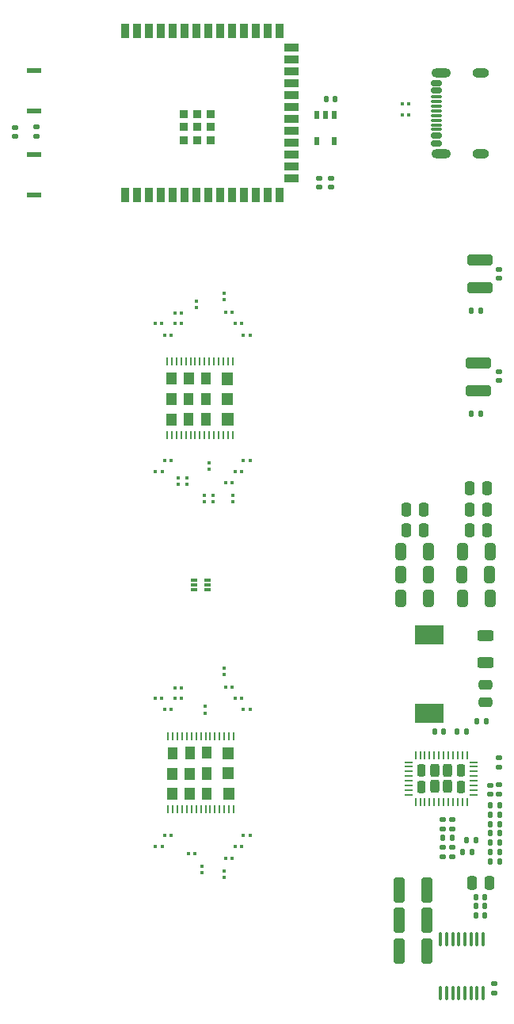
<source format=gbr>
%TF.GenerationSoftware,KiCad,Pcbnew,8.0.4*%
%TF.CreationDate,2024-11-05T20:38:05+01:00*%
%TF.ProjectId,BitForgeNano,42697446-6f72-4676-954e-616e6f2e6b69,rev?*%
%TF.SameCoordinates,Original*%
%TF.FileFunction,Paste,Top*%
%TF.FilePolarity,Positive*%
%FSLAX46Y46*%
G04 Gerber Fmt 4.6, Leading zero omitted, Abs format (unit mm)*
G04 Created by KiCad (PCBNEW 8.0.4) date 2024-11-05 20:38:05*
%MOMM*%
%LPD*%
G01*
G04 APERTURE LIST*
G04 Aperture macros list*
%AMRoundRect*
0 Rectangle with rounded corners*
0 $1 Rounding radius*
0 $2 $3 $4 $5 $6 $7 $8 $9 X,Y pos of 4 corners*
0 Add a 4 corners polygon primitive as box body*
4,1,4,$2,$3,$4,$5,$6,$7,$8,$9,$2,$3,0*
0 Add four circle primitives for the rounded corners*
1,1,$1+$1,$2,$3*
1,1,$1+$1,$4,$5*
1,1,$1+$1,$6,$7*
1,1,$1+$1,$8,$9*
0 Add four rect primitives between the rounded corners*
20,1,$1+$1,$2,$3,$4,$5,0*
20,1,$1+$1,$4,$5,$6,$7,0*
20,1,$1+$1,$6,$7,$8,$9,0*
20,1,$1+$1,$8,$9,$2,$3,0*%
G04 Aperture macros list end*
%ADD10C,0.001000*%
%ADD11RoundRect,0.140000X-0.170000X0.140000X-0.170000X-0.140000X0.170000X-0.140000X0.170000X0.140000X0*%
%ADD12RoundRect,0.100000X-0.100000X0.637500X-0.100000X-0.637500X0.100000X-0.637500X0.100000X0.637500X0*%
%ADD13RoundRect,0.140000X-0.140000X-0.170000X0.140000X-0.170000X0.140000X0.170000X-0.140000X0.170000X0*%
%ADD14RoundRect,0.079500X-0.100500X0.079500X-0.100500X-0.079500X0.100500X-0.079500X0.100500X0.079500X0*%
%ADD15RoundRect,0.079500X-0.079500X-0.100500X0.079500X-0.100500X0.079500X0.100500X-0.079500X0.100500X0*%
%ADD16RoundRect,0.079500X0.079500X0.100500X-0.079500X0.100500X-0.079500X-0.100500X0.079500X-0.100500X0*%
%ADD17RoundRect,0.135000X0.135000X0.185000X-0.135000X0.185000X-0.135000X-0.185000X0.135000X-0.185000X0*%
%ADD18RoundRect,0.150000X0.425000X-0.150000X0.425000X0.150000X-0.425000X0.150000X-0.425000X-0.150000X0*%
%ADD19RoundRect,0.075000X0.500000X-0.075000X0.500000X0.075000X-0.500000X0.075000X-0.500000X-0.075000X0*%
%ADD20O,2.100000X1.000000*%
%ADD21O,1.800000X1.000000*%
%ADD22RoundRect,0.135000X0.185000X-0.135000X0.185000X0.135000X-0.185000X0.135000X-0.185000X-0.135000X0*%
%ADD23RoundRect,0.250000X0.250000X0.475000X-0.250000X0.475000X-0.250000X-0.475000X0.250000X-0.475000X0*%
%ADD24RoundRect,0.250000X-0.325000X-0.650000X0.325000X-0.650000X0.325000X0.650000X-0.325000X0.650000X0*%
%ADD25RoundRect,0.135000X-0.185000X0.135000X-0.185000X-0.135000X0.185000X-0.135000X0.185000X0.135000X0*%
%ADD26RoundRect,0.135000X-0.135000X-0.185000X0.135000X-0.185000X0.135000X0.185000X-0.135000X0.185000X0*%
%ADD27R,1.524000X0.508000*%
%ADD28RoundRect,0.085000X-0.265000X-0.085000X0.265000X-0.085000X0.265000X0.085000X-0.265000X0.085000X0*%
%ADD29RoundRect,0.220588X-0.229412X0.429412X-0.229412X-0.429412X0.229412X-0.429412X0.229412X0.429412X0*%
%ADD30RoundRect,0.232843X-0.242157X0.467157X-0.242157X-0.467157X0.242157X-0.467157X0.242157X0.467157X0*%
%ADD31RoundRect,0.062500X-0.062500X0.337500X-0.062500X-0.337500X0.062500X-0.337500X0.062500X0.337500X0*%
%ADD32RoundRect,0.062500X-0.337500X0.062500X-0.337500X-0.062500X0.337500X-0.062500X0.337500X0.062500X0*%
%ADD33R,0.558800X0.952500*%
%ADD34RoundRect,0.140000X0.170000X-0.140000X0.170000X0.140000X-0.170000X0.140000X-0.170000X-0.140000X0*%
%ADD35RoundRect,0.250000X-0.250000X-0.475000X0.250000X-0.475000X0.250000X0.475000X-0.250000X0.475000X0*%
%ADD36RoundRect,0.250000X-0.475000X0.250000X-0.475000X-0.250000X0.475000X-0.250000X0.475000X0.250000X0*%
%ADD37RoundRect,0.250000X0.325000X1.100000X-0.325000X1.100000X-0.325000X-1.100000X0.325000X-1.100000X0*%
%ADD38R,0.900000X1.500000*%
%ADD39R,1.500000X0.900000*%
%ADD40R,0.900000X0.900000*%
%ADD41R,3.050000X2.000000*%
%ADD42RoundRect,0.250000X0.325000X0.650000X-0.325000X0.650000X-0.325000X-0.650000X0.325000X-0.650000X0*%
%ADD43RoundRect,0.250000X1.100000X-0.325000X1.100000X0.325000X-1.100000X0.325000X-1.100000X-0.325000X0*%
%ADD44RoundRect,0.140000X0.140000X0.170000X-0.140000X0.170000X-0.140000X-0.170000X0.140000X-0.170000X0*%
%ADD45RoundRect,0.055250X-0.055250X0.340750X-0.055250X-0.340750X0.055250X-0.340750X0.055250X0.340750X0*%
%ADD46RoundRect,0.250000X-0.625000X0.312500X-0.625000X-0.312500X0.625000X-0.312500X0.625000X0.312500X0*%
G04 APERTURE END LIST*
%TO.C,U3*%
D10*
X63535000Y-127650000D02*
X64485000Y-127650000D01*
X64485000Y-126450000D01*
X63535000Y-126450000D01*
X63535000Y-127650000D01*
G36*
X63535000Y-127650000D02*
G01*
X64485000Y-127650000D01*
X64485000Y-126450000D01*
X63535000Y-126450000D01*
X63535000Y-127650000D01*
G37*
X63535000Y-129800000D02*
X64485000Y-129800000D01*
X64485000Y-128600000D01*
X63535000Y-128600000D01*
X63535000Y-129800000D01*
G36*
X63535000Y-129800000D02*
G01*
X64485000Y-129800000D01*
X64485000Y-128600000D01*
X63535000Y-128600000D01*
X63535000Y-129800000D01*
G37*
X63545000Y-125440000D02*
X64495000Y-125440000D01*
X64495000Y-124240000D01*
X63545000Y-124240000D01*
X63545000Y-125440000D01*
G36*
X63545000Y-125440000D02*
G01*
X64495000Y-125440000D01*
X64495000Y-124240000D01*
X63545000Y-124240000D01*
X63545000Y-125440000D01*
G37*
X65395000Y-127640000D02*
X66345000Y-127640000D01*
X66345000Y-126440000D01*
X65395000Y-126440000D01*
X65395000Y-127640000D01*
G36*
X65395000Y-127640000D02*
G01*
X66345000Y-127640000D01*
X66345000Y-126440000D01*
X65395000Y-126440000D01*
X65395000Y-127640000D01*
G37*
X65395000Y-129790000D02*
X66345000Y-129790000D01*
X66345000Y-128590000D01*
X65395000Y-128590000D01*
X65395000Y-129790000D01*
G36*
X65395000Y-129790000D02*
G01*
X66345000Y-129790000D01*
X66345000Y-128590000D01*
X65395000Y-128590000D01*
X65395000Y-129790000D01*
G37*
X65405000Y-125430000D02*
X66355000Y-125430000D01*
X66355000Y-124230000D01*
X65405000Y-124230000D01*
X65405000Y-125430000D01*
G36*
X65405000Y-125430000D02*
G01*
X66355000Y-125430000D01*
X66355000Y-124230000D01*
X65405000Y-124230000D01*
X65405000Y-125430000D01*
G37*
X67225000Y-127630000D02*
X68175000Y-127630000D01*
X68175000Y-126430000D01*
X67225000Y-126430000D01*
X67225000Y-127630000D01*
G36*
X67225000Y-127630000D02*
G01*
X68175000Y-127630000D01*
X68175000Y-126430000D01*
X67225000Y-126430000D01*
X67225000Y-127630000D01*
G37*
X67225000Y-129780000D02*
X68175000Y-129780000D01*
X68175000Y-128580000D01*
X67225000Y-128580000D01*
X67225000Y-129780000D01*
G36*
X67225000Y-129780000D02*
G01*
X68175000Y-129780000D01*
X68175000Y-128580000D01*
X67225000Y-128580000D01*
X67225000Y-129780000D01*
G37*
X67235000Y-125420000D02*
X68185000Y-125420000D01*
X68185000Y-124220000D01*
X67235000Y-124220000D01*
X67235000Y-125420000D01*
G36*
X67235000Y-125420000D02*
G01*
X68185000Y-125420000D01*
X68185000Y-124220000D01*
X67235000Y-124220000D01*
X67235000Y-125420000D01*
G37*
X69440000Y-125460000D02*
X70560000Y-125460000D01*
X70560000Y-124260000D01*
X69440000Y-124260000D01*
X69440000Y-125460000D01*
G36*
X69440000Y-125460000D02*
G01*
X70560000Y-125460000D01*
X70560000Y-124260000D01*
X69440000Y-124260000D01*
X69440000Y-125460000D01*
G37*
X69450000Y-127600000D02*
X70560000Y-127600000D01*
X70560000Y-126400000D01*
X69450000Y-126400000D01*
X69450000Y-127600000D01*
G36*
X69450000Y-127600000D02*
G01*
X70560000Y-127600000D01*
X70560000Y-126400000D01*
X69450000Y-126400000D01*
X69450000Y-127600000D01*
G37*
X69470000Y-129780000D02*
X70580000Y-129780000D01*
X70580000Y-128580000D01*
X69470000Y-128580000D01*
X69470000Y-129780000D01*
G36*
X69470000Y-129780000D02*
G01*
X70580000Y-129780000D01*
X70580000Y-128580000D01*
X69470000Y-128580000D01*
X69470000Y-129780000D01*
G37*
%TO.C,U9*%
X63435000Y-87650000D02*
X64385000Y-87650000D01*
X64385000Y-86450000D01*
X63435000Y-86450000D01*
X63435000Y-87650000D01*
G36*
X63435000Y-87650000D02*
G01*
X64385000Y-87650000D01*
X64385000Y-86450000D01*
X63435000Y-86450000D01*
X63435000Y-87650000D01*
G37*
X63435000Y-89800000D02*
X64385000Y-89800000D01*
X64385000Y-88600000D01*
X63435000Y-88600000D01*
X63435000Y-89800000D01*
G36*
X63435000Y-89800000D02*
G01*
X64385000Y-89800000D01*
X64385000Y-88600000D01*
X63435000Y-88600000D01*
X63435000Y-89800000D01*
G37*
X63445000Y-85440000D02*
X64395000Y-85440000D01*
X64395000Y-84240000D01*
X63445000Y-84240000D01*
X63445000Y-85440000D01*
G36*
X63445000Y-85440000D02*
G01*
X64395000Y-85440000D01*
X64395000Y-84240000D01*
X63445000Y-84240000D01*
X63445000Y-85440000D01*
G37*
X65295000Y-87640000D02*
X66245000Y-87640000D01*
X66245000Y-86440000D01*
X65295000Y-86440000D01*
X65295000Y-87640000D01*
G36*
X65295000Y-87640000D02*
G01*
X66245000Y-87640000D01*
X66245000Y-86440000D01*
X65295000Y-86440000D01*
X65295000Y-87640000D01*
G37*
X65295000Y-89790000D02*
X66245000Y-89790000D01*
X66245000Y-88590000D01*
X65295000Y-88590000D01*
X65295000Y-89790000D01*
G36*
X65295000Y-89790000D02*
G01*
X66245000Y-89790000D01*
X66245000Y-88590000D01*
X65295000Y-88590000D01*
X65295000Y-89790000D01*
G37*
X65305000Y-85430000D02*
X66255000Y-85430000D01*
X66255000Y-84230000D01*
X65305000Y-84230000D01*
X65305000Y-85430000D01*
G36*
X65305000Y-85430000D02*
G01*
X66255000Y-85430000D01*
X66255000Y-84230000D01*
X65305000Y-84230000D01*
X65305000Y-85430000D01*
G37*
X67125000Y-87630000D02*
X68075000Y-87630000D01*
X68075000Y-86430000D01*
X67125000Y-86430000D01*
X67125000Y-87630000D01*
G36*
X67125000Y-87630000D02*
G01*
X68075000Y-87630000D01*
X68075000Y-86430000D01*
X67125000Y-86430000D01*
X67125000Y-87630000D01*
G37*
X67125000Y-89780000D02*
X68075000Y-89780000D01*
X68075000Y-88580000D01*
X67125000Y-88580000D01*
X67125000Y-89780000D01*
G36*
X67125000Y-89780000D02*
G01*
X68075000Y-89780000D01*
X68075000Y-88580000D01*
X67125000Y-88580000D01*
X67125000Y-89780000D01*
G37*
X67135000Y-85420000D02*
X68085000Y-85420000D01*
X68085000Y-84220000D01*
X67135000Y-84220000D01*
X67135000Y-85420000D01*
G36*
X67135000Y-85420000D02*
G01*
X68085000Y-85420000D01*
X68085000Y-84220000D01*
X67135000Y-84220000D01*
X67135000Y-85420000D01*
G37*
X69340000Y-85460000D02*
X70460000Y-85460000D01*
X70460000Y-84260000D01*
X69340000Y-84260000D01*
X69340000Y-85460000D01*
G36*
X69340000Y-85460000D02*
G01*
X70460000Y-85460000D01*
X70460000Y-84260000D01*
X69340000Y-84260000D01*
X69340000Y-85460000D01*
G37*
X69350000Y-87600000D02*
X70460000Y-87600000D01*
X70460000Y-86400000D01*
X69350000Y-86400000D01*
X69350000Y-87600000D01*
G36*
X69350000Y-87600000D02*
G01*
X70460000Y-87600000D01*
X70460000Y-86400000D01*
X69350000Y-86400000D01*
X69350000Y-87600000D01*
G37*
X69370000Y-89780000D02*
X70480000Y-89780000D01*
X70480000Y-88580000D01*
X69370000Y-88580000D01*
X69370000Y-89780000D01*
G36*
X69370000Y-89780000D02*
G01*
X70480000Y-89780000D01*
X70480000Y-88580000D01*
X69370000Y-88580000D01*
X69370000Y-89780000D01*
G37*
%TD*%
D11*
%TO.C,C48*%
X81000000Y-63500000D03*
X81000000Y-64460000D03*
%TD*%
D12*
%TO.C,U4*%
X92725000Y-150482500D03*
X93375000Y-150482500D03*
X94025000Y-150482500D03*
X94675000Y-150482500D03*
X95325000Y-150482500D03*
X95975000Y-150482500D03*
X96625000Y-150482500D03*
X97275000Y-150482500D03*
X97275000Y-144757500D03*
X96625000Y-144757500D03*
X95975000Y-144757500D03*
X95325000Y-144757500D03*
X94675000Y-144757500D03*
X94025000Y-144757500D03*
X93375000Y-144757500D03*
X92725000Y-144757500D03*
%TD*%
D13*
%TO.C,C6*%
X96520000Y-141250000D03*
X97480000Y-141250000D03*
%TD*%
%TO.C,C7*%
X96520000Y-140250000D03*
X97480000Y-140250000D03*
%TD*%
D14*
%TO.C,R23*%
X66600000Y-76567500D03*
X66600000Y-77257500D03*
%TD*%
D15*
%TO.C,R38*%
X88655000Y-55500000D03*
X89345000Y-55500000D03*
%TD*%
D16*
%TO.C,C36*%
X72345000Y-133700000D03*
X71655000Y-133700000D03*
%TD*%
D17*
%TO.C,R3*%
X99050000Y-131450000D03*
X98030000Y-131450000D03*
%TD*%
D18*
%TO.C,J5*%
X92255000Y-59725000D03*
X92255000Y-58925000D03*
D19*
X92255000Y-57775000D03*
X92255000Y-56775000D03*
X92255000Y-56275000D03*
X92255000Y-55275000D03*
D18*
X92255000Y-54125000D03*
X92255000Y-53325000D03*
X92255000Y-53325000D03*
X92255000Y-54125000D03*
D19*
X92255000Y-54775000D03*
X92255000Y-55775000D03*
X92255000Y-57275000D03*
X92255000Y-58275000D03*
D18*
X92255000Y-58925000D03*
X92255000Y-59725000D03*
D20*
X92830000Y-60845000D03*
D21*
X97010000Y-60845000D03*
D20*
X92830000Y-52205000D03*
D21*
X97010000Y-52205000D03*
%TD*%
D22*
%TO.C,R30*%
X93000000Y-133020000D03*
X93000000Y-132000000D03*
%TD*%
D23*
%TO.C,C77*%
X90950000Y-98850000D03*
X89050000Y-98850000D03*
%TD*%
D14*
%TO.C,C16*%
X69600000Y-115810000D03*
X69600000Y-116500000D03*
%TD*%
D15*
%TO.C,C18*%
X69755000Y-117855000D03*
X70445000Y-117855000D03*
%TD*%
D17*
%TO.C,R36*%
X97610000Y-121450000D03*
X96590000Y-121450000D03*
%TD*%
D24*
%TO.C,C80*%
X95050000Y-108350000D03*
X98000000Y-108350000D03*
%TD*%
D15*
%TO.C,C62*%
X70755000Y-79012500D03*
X71445000Y-79012500D03*
%TD*%
D16*
%TO.C,C66*%
X71445000Y-94800000D03*
X70755000Y-94800000D03*
%TD*%
%TO.C,C51*%
X70445000Y-136100000D03*
X69755000Y-136100000D03*
%TD*%
D14*
%TO.C,C68*%
X70500000Y-97355000D03*
X70500000Y-98045000D03*
%TD*%
D15*
%TO.C,C63*%
X71655000Y-80212500D03*
X72345000Y-80212500D03*
%TD*%
D14*
%TO.C,C54*%
X69600000Y-75767500D03*
X69600000Y-76457500D03*
%TD*%
D25*
%TO.C,R8*%
X94000000Y-134930000D03*
X94000000Y-135950000D03*
%TD*%
D26*
%TO.C,R7*%
X98030000Y-136450000D03*
X99050000Y-136450000D03*
%TD*%
D15*
%TO.C,C69*%
X63235000Y-80212500D03*
X63925000Y-80212500D03*
%TD*%
%TO.C,C27*%
X62235000Y-119055000D03*
X62925000Y-119055000D03*
%TD*%
D26*
%TO.C,R9*%
X92990000Y-133960000D03*
X94010000Y-133960000D03*
%TD*%
D14*
%TO.C,R11*%
X67500000Y-97355000D03*
X67500000Y-98045000D03*
%TD*%
D24*
%TO.C,C79*%
X95025000Y-105850000D03*
X97975000Y-105850000D03*
%TD*%
D27*
%TO.C,SW2*%
X49250000Y-65250000D03*
X49250000Y-60932000D03*
%TD*%
D28*
%TO.C,U7*%
X66350000Y-106400000D03*
X66350000Y-106900000D03*
X66350000Y-107400000D03*
X67850000Y-107400000D03*
X67850000Y-106900000D03*
X67850000Y-106400000D03*
%TD*%
D14*
%TO.C,R19*%
X64700000Y-95455000D03*
X64700000Y-96145000D03*
%TD*%
D26*
%TO.C,R6*%
X98030000Y-134450000D03*
X99050000Y-134450000D03*
%TD*%
D13*
%TO.C,C1*%
X94520000Y-122600000D03*
X95480000Y-122600000D03*
%TD*%
D16*
%TO.C,R17*%
X66445000Y-135600000D03*
X65755000Y-135600000D03*
%TD*%
%TO.C,C65*%
X72345000Y-93600000D03*
X71655000Y-93600000D03*
%TD*%
D14*
%TO.C,C52*%
X69600000Y-137455000D03*
X69600000Y-138145000D03*
%TD*%
D15*
%TO.C,C44*%
X63255000Y-133700000D03*
X63945000Y-133700000D03*
%TD*%
D23*
%TO.C,C78*%
X90950000Y-101100000D03*
X89050000Y-101100000D03*
%TD*%
D22*
%TO.C,R41*%
X99000000Y-126410000D03*
X99000000Y-125390000D03*
%TD*%
D25*
%TO.C,R21*%
X49500000Y-57990000D03*
X49500000Y-59010000D03*
%TD*%
D29*
%TO.C,U12*%
X94900000Y-126700000D03*
X90700000Y-126700000D03*
D30*
X93500000Y-126750000D03*
X92100000Y-126750000D03*
X93500000Y-128450000D03*
X92100000Y-128450000D03*
D29*
X94900000Y-128500000D03*
X90700000Y-128500000D03*
D31*
X95550000Y-125100000D03*
X95050000Y-125100000D03*
X94550000Y-125100000D03*
X94050000Y-125100000D03*
X93550000Y-125100000D03*
X93050000Y-125100000D03*
X92550000Y-125100000D03*
X92050000Y-125100000D03*
X91550000Y-125100000D03*
X91050000Y-125100000D03*
X90550000Y-125100000D03*
X90050000Y-125100000D03*
D32*
X89300000Y-125850000D03*
X89300000Y-126350000D03*
X89300000Y-126850000D03*
X89300000Y-127350000D03*
X89300000Y-127850000D03*
X89300000Y-128350000D03*
X89300000Y-128850000D03*
X89300000Y-129350000D03*
D31*
X90050000Y-130100000D03*
X90550000Y-130100000D03*
X91050000Y-130100000D03*
X91550000Y-130100000D03*
X92050000Y-130100000D03*
X92550000Y-130100000D03*
X93050000Y-130100000D03*
X93550000Y-130100000D03*
X94050000Y-130100000D03*
X94550000Y-130100000D03*
X95050000Y-130100000D03*
X95550000Y-130100000D03*
D32*
X96300000Y-129350000D03*
X96300000Y-128850000D03*
X96300000Y-128350000D03*
X96300000Y-127850000D03*
X96300000Y-127350000D03*
X96300000Y-126850000D03*
X96300000Y-126350000D03*
X96300000Y-125850000D03*
%TD*%
D13*
%TO.C,C10*%
X95520000Y-134200000D03*
X96480000Y-134200000D03*
%TD*%
D26*
%TO.C,R10*%
X98030000Y-135450000D03*
X99050000Y-135450000D03*
%TD*%
D15*
%TO.C,R12*%
X64355000Y-117905000D03*
X65045000Y-117905000D03*
%TD*%
D17*
%TO.C,R2*%
X99050000Y-133450000D03*
X98030000Y-133450000D03*
%TD*%
D11*
%TO.C,C8*%
X93000000Y-134960000D03*
X93000000Y-135920000D03*
%TD*%
D33*
%TO.C,U10*%
X81379600Y-56744100D03*
X80439800Y-56744100D03*
X79500000Y-56744100D03*
X79500000Y-59500000D03*
X81379600Y-59500000D03*
%TD*%
D11*
%TO.C,C57*%
X79750000Y-63500000D03*
X79750000Y-64460000D03*
%TD*%
D34*
%TO.C,C43*%
X99000000Y-74180000D03*
X99000000Y-73220000D03*
%TD*%
D35*
%TO.C,C30*%
X95800000Y-101100000D03*
X97700000Y-101100000D03*
%TD*%
D16*
%TO.C,C38*%
X71445000Y-134900000D03*
X70755000Y-134900000D03*
%TD*%
D17*
%TO.C,R1*%
X99050000Y-130450000D03*
X98030000Y-130450000D03*
%TD*%
D14*
%TO.C,R16*%
X68395000Y-97355000D03*
X68395000Y-98045000D03*
%TD*%
D36*
%TO.C,C12*%
X97500000Y-117580000D03*
X97500000Y-119480000D03*
%TD*%
D37*
%TO.C,C4*%
X91225000Y-139500000D03*
X88275000Y-139500000D03*
%TD*%
D15*
%TO.C,C26*%
X70755000Y-119055000D03*
X71445000Y-119055000D03*
%TD*%
D38*
%TO.C,U8*%
X58990000Y-65265000D03*
X60260000Y-65265000D03*
X61530000Y-65265000D03*
X62800000Y-65265000D03*
X64070000Y-65265000D03*
X65340000Y-65265000D03*
X66610000Y-65265000D03*
X67880000Y-65265000D03*
X69150000Y-65265000D03*
X70420000Y-65265000D03*
X71690000Y-65265000D03*
X72960000Y-65265000D03*
X74230000Y-65265000D03*
X75500000Y-65265000D03*
D39*
X76750000Y-63500000D03*
X76750000Y-62230000D03*
X76750000Y-60960000D03*
X76750000Y-59690000D03*
X76750000Y-58420000D03*
X76750000Y-57150000D03*
X76750000Y-55880000D03*
X76750000Y-54610000D03*
X76750000Y-53340000D03*
X76750000Y-52070000D03*
X76750000Y-50800000D03*
X76750000Y-49530000D03*
D38*
X75500000Y-47765000D03*
X74230000Y-47765000D03*
X72960000Y-47765000D03*
X71690000Y-47765000D03*
X70420000Y-47765000D03*
X69150000Y-47765000D03*
X67880000Y-47765000D03*
X66610000Y-47765000D03*
X65340000Y-47765000D03*
X64070000Y-47765000D03*
X62800000Y-47765000D03*
X61530000Y-47765000D03*
X60260000Y-47765000D03*
X58990000Y-47765000D03*
D40*
X65310000Y-59415000D03*
X66710000Y-59415000D03*
X68110000Y-59415000D03*
X65310000Y-58015000D03*
X66710000Y-58015000D03*
X68110000Y-58015000D03*
X65310000Y-56615000D03*
X66710000Y-56615000D03*
X68110000Y-56615000D03*
%TD*%
D14*
%TO.C,R15*%
X68000000Y-93860025D03*
X68000000Y-94550025D03*
%TD*%
D26*
%TO.C,R18*%
X95990000Y-77600000D03*
X97010000Y-77600000D03*
%TD*%
D15*
%TO.C,C70*%
X62235000Y-79012500D03*
X62925000Y-79012500D03*
%TD*%
D34*
%TO.C,C23*%
X99000000Y-85080000D03*
X99000000Y-84120000D03*
%TD*%
D15*
%TO.C,C55*%
X69755000Y-77812500D03*
X70445000Y-77812500D03*
%TD*%
D26*
%TO.C,R20*%
X95980000Y-88600000D03*
X97000000Y-88600000D03*
%TD*%
D15*
%TO.C,R33*%
X64355000Y-78962500D03*
X65045000Y-78962500D03*
%TD*%
%TO.C,C37*%
X62255000Y-134900000D03*
X62945000Y-134900000D03*
%TD*%
D17*
%TO.C,R4*%
X99050000Y-132450000D03*
X98030000Y-132450000D03*
%TD*%
D35*
%TO.C,C20*%
X95800000Y-96600000D03*
X97700000Y-96600000D03*
%TD*%
D16*
%TO.C,C67*%
X70445000Y-96000000D03*
X69755000Y-96000000D03*
%TD*%
D14*
%TO.C,R34*%
X67600000Y-119910000D03*
X67600000Y-120600000D03*
%TD*%
%TO.C,R35*%
X65600000Y-95455000D03*
X65600000Y-96145000D03*
%TD*%
D27*
%TO.C,SW1*%
X49250000Y-56320500D03*
X49250000Y-52002500D03*
%TD*%
D15*
%TO.C,R24*%
X64355000Y-77862500D03*
X65045000Y-77862500D03*
%TD*%
D41*
%TO.C,L1*%
X91500000Y-120600000D03*
X91500000Y-112250000D03*
%TD*%
D25*
%TO.C,R39*%
X99000000Y-128290000D03*
X99000000Y-129310000D03*
%TD*%
D15*
%TO.C,C71*%
X62255000Y-94800000D03*
X62945000Y-94800000D03*
%TD*%
D42*
%TO.C,C73*%
X91450000Y-105850000D03*
X88500000Y-105850000D03*
%TD*%
D34*
%TO.C,C13*%
X98000000Y-129280000D03*
X98000000Y-128320000D03*
%TD*%
%TO.C,C5*%
X94000000Y-132980000D03*
X94000000Y-132020000D03*
%TD*%
D26*
%TO.C,R5*%
X95040000Y-135450000D03*
X96060000Y-135450000D03*
%TD*%
D37*
%TO.C,C3*%
X91225000Y-146000000D03*
X88275000Y-146000000D03*
%TD*%
D43*
%TO.C,C22*%
X96800000Y-86175000D03*
X96800000Y-83225000D03*
%TD*%
D42*
%TO.C,C74*%
X91450000Y-103350000D03*
X88500000Y-103350000D03*
%TD*%
D11*
%TO.C,C14*%
X98500000Y-149540000D03*
X98500000Y-150500000D03*
%TD*%
D15*
%TO.C,C28*%
X71655000Y-120255000D03*
X72345000Y-120255000D03*
%TD*%
D14*
%TO.C,R40*%
X67250000Y-137005000D03*
X67250000Y-137695000D03*
%TD*%
D35*
%TO.C,C25*%
X95800000Y-98850000D03*
X97700000Y-98850000D03*
%TD*%
D43*
%TO.C,C24*%
X96900000Y-75175000D03*
X96900000Y-72225000D03*
%TD*%
D13*
%TO.C,C9*%
X96520000Y-142250000D03*
X97480000Y-142250000D03*
%TD*%
D42*
%TO.C,C53*%
X91450000Y-108350000D03*
X88500000Y-108350000D03*
%TD*%
D34*
%TO.C,C49*%
X47250000Y-59000500D03*
X47250000Y-58040500D03*
%TD*%
D44*
%TO.C,C56*%
X81480000Y-55000000D03*
X80520000Y-55000000D03*
%TD*%
D35*
%TO.C,C2*%
X96050000Y-138750000D03*
X97950000Y-138750000D03*
%TD*%
D15*
%TO.C,C19*%
X63235000Y-120255000D03*
X63925000Y-120255000D03*
%TD*%
D45*
%TO.C,U3*%
X70614000Y-123084000D03*
X70112000Y-123084000D03*
X69610000Y-123084000D03*
X69108000Y-123084000D03*
X68606000Y-123084000D03*
X68104000Y-123084000D03*
X67602000Y-123084000D03*
X67100000Y-123084000D03*
X66598000Y-123084000D03*
X66096000Y-123084000D03*
X65594000Y-123084000D03*
X65092000Y-123084000D03*
X64590000Y-123084000D03*
X64088000Y-123084000D03*
X63586000Y-123084000D03*
X63586000Y-130916000D03*
X64088000Y-130916000D03*
X64590000Y-130916000D03*
X65092000Y-130916000D03*
X65594000Y-130916000D03*
X66096000Y-130916000D03*
X66598000Y-130916000D03*
X67100000Y-130916000D03*
X67602000Y-130916000D03*
X68104000Y-130916000D03*
X68606000Y-130916000D03*
X69108000Y-130916000D03*
X69610000Y-130916000D03*
X70112000Y-130916000D03*
X70614000Y-130916000D03*
%TD*%
D15*
%TO.C,R13*%
X64355000Y-119005000D03*
X65045000Y-119005000D03*
%TD*%
D37*
%TO.C,C76*%
X91225000Y-142750000D03*
X88275000Y-142750000D03*
%TD*%
D45*
%TO.C,U9*%
X70514000Y-83084000D03*
X70012000Y-83084000D03*
X69510000Y-83084000D03*
X69008000Y-83084000D03*
X68506000Y-83084000D03*
X68004000Y-83084000D03*
X67502000Y-83084000D03*
X67000000Y-83084000D03*
X66498000Y-83084000D03*
X65996000Y-83084000D03*
X65494000Y-83084000D03*
X64992000Y-83084000D03*
X64490000Y-83084000D03*
X63988000Y-83084000D03*
X63486000Y-83084000D03*
X63486000Y-90916000D03*
X63988000Y-90916000D03*
X64490000Y-90916000D03*
X64992000Y-90916000D03*
X65494000Y-90916000D03*
X65996000Y-90916000D03*
X66498000Y-90916000D03*
X67000000Y-90916000D03*
X67502000Y-90916000D03*
X68004000Y-90916000D03*
X68506000Y-90916000D03*
X69008000Y-90916000D03*
X69510000Y-90916000D03*
X70012000Y-90916000D03*
X70514000Y-90916000D03*
%TD*%
D24*
%TO.C,C75*%
X95050000Y-103350000D03*
X98000000Y-103350000D03*
%TD*%
D15*
%TO.C,C72*%
X63255000Y-93600000D03*
X63945000Y-93600000D03*
%TD*%
%TO.C,R37*%
X88655000Y-56750000D03*
X89345000Y-56750000D03*
%TD*%
D46*
%TO.C,R32*%
X97500000Y-112317500D03*
X97500000Y-115242500D03*
%TD*%
D44*
%TO.C,C11*%
X93080000Y-122600000D03*
X92120000Y-122600000D03*
%TD*%
M02*

</source>
